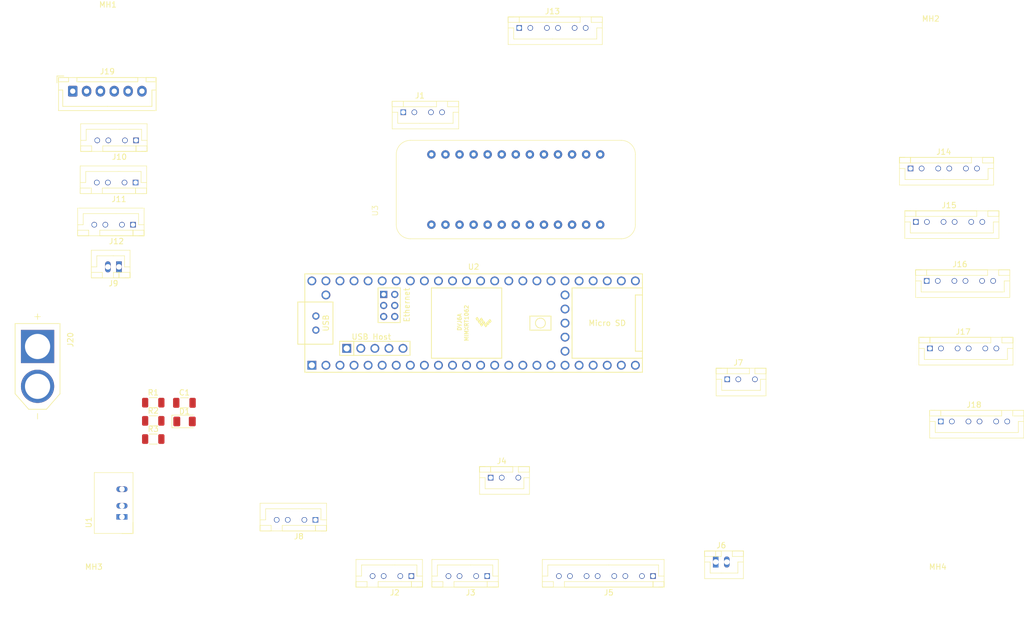
<source format=kicad_pcb>
(kicad_pcb (version 20221018) (generator pcbnew)
  (layers (0 "F.Cu" signal) (31 "B.Cu" signal) (34 "B.Paste" user) (35 "F.Paste" user) (36 "B.SilkS" user "B.Silkscreen") (37 "F.SilkS" user "F.Silkscreen") (38 "B.Mask" user) (39 "F.Mask" user) (44 "Edge.Cuts" user))
  (net 0 "")
  (net 1 "+24V")
  (net 2 "GND")
  (net 3 "+5V")
  (net 11 "/F1R2_SAFETY_SERVO")
  (net 12 "/F1R1_SAFETY_SERVO")
  (net 15 "/SCL")
  (net 16 "/SDA")
  (net 19 "/F1R2_TRIGGER_SERVO")
  (net 20 "/F1R1_TRIGGER_SERVO")
  (net 22 "/SPI_CS")
  (net 23 "/SPI_MISO")
  (net 24 "/F2R2_SAFETY_SERVO")
  (net 25 "/F2R1_SAFETY_SERVO")
  (net 26 "/F2R2_TRIGGER_SERVO")
  (net 27 "/F2R1_TRIGGER_SERVO")
  (net 28 "/F3R2_SAFETY_SERVO")
  (net 29 "/F3R1_SAFETY_SERVO")
  (net 30 "/F3R2_TRIGGER_SERVO")
  (net 31 "/F3R1_TRIGGER_SERVO")
  (net 32 "/GPS_RX")
  (net 33 "/GPS_TX")
  (net 41 "/F1R1_TOP_SW")
  (net 42 "/F1R1_SAFETY_SW")
  (net 43 "/LEDS_DRONE")
  (net 44 "/ARM_SW")
  (net 45 "/MENU4_SW")
  (net 46 "/MENU3_SW")
  (net 47 "/MENU2_SW")
  (net 49 "/BAT_MEAS")
  (net 50 "/MENU1_SW")
  (net 51 "/SPI_SCK")
  (net 52 "/SPI_MOSI")
  (net 53 "/LEDS_BAT_IND")
  (net 68 "/F3R2_BOTM_SW")
  (net 69 "/F3R2_SAFETY_SW")
  (net 70 "/F3R2_TOP_SW")
  (net 71 "/F3R1_BOTM_SW")
  (net 72 "/F3R1_SAFETY_SW")
  (net 73 "/F3R1_TOP_SW")
  (net 74 "/F2R2_BOTM_SW")
  (net 75 "/F2R2_SAFETY_SW")
  (net 81 "/F1R1_BOTM_SW")
  (net 82 "/F1R2_TOP_SW")
  (net 83 "/F1R2_SAFETY_SW")
  (net 84 "/F1R2_BOTM_SW")
  (net 85 "/F2_R1_TOP_SW")
  (net 86 "/F2R1_SAFETY_SW")
  (net 87 "/F2R1_BOTM_SW")
  (net 88 "/F2R2_TOP_SW")
  (net 89 "Net-(D1-K)")
  (footprint "Connector_JST:JST_XH_B4B-XH-A_1x04_P2.50mm_Vertical" (layer "F.Cu") (at 162.56 50.8)
    (fp_text reference "J1" (at 3 -3) (layer "F.SilkS"))
    (fp_text value "Servos F1")
    (pad "1" thru_hole roundrect (at 0 0) (size 1 1) (drill 0.762) (layers "*.Cu" "*.Mask") (roundrect_rratio 0) (net 11 "/F1R2_SAFETY_SERVO"))
    (pad "2" thru_hole oval (at 2 0) (size 1 1) (drill 0.762) (layers "*.Cu" "*.Mask") (net 12 "/F1R1_SAFETY_SERVO"))
    (pad "3" thru_hole oval (at 5 0) (size 1 1) (drill 0.762) (layers "*.Cu" "*.Mask") (net 19 "/F1R2_TRIGGER_SERVO"))
    (pad "4" thru_hole oval (at 7 0) (size 1 1) (drill 0.762) (layers "*.Cu" "*.Mask") (net 20 "/F1R1_TRIGGER_SERVO"))
  )
  (footprint "Connector_JST:JST_XH_B6B-XH-A_1x06_P2.50mm_Vertical" (layer "F.Cu") (at 255.12 70.62)
    (fp_text reference "J15" (at 6 -3) (layer "F.SilkS"))
    (fp_text value "BTNS F2R1")
    (pad "1" thru_hole roundrect (at 0 0) (size 1 1) (drill 0.762) (layers "*.Cu" "*.Mask") (roundrect_rratio 0) (net 85 "/F2_R1_TOP_SW"))
    (pad "2" thru_hole oval (at 2 0) (size 1 1) (drill 0.762) (layers "*.Cu" "*.Mask") (net 2 "GND"))
    (pad "3" thru_hole oval (at 5 0) (size 1 1) (drill 0.762) (layers "*.Cu" "*.Mask") (net 86 "/F2R1_SAFETY_SW"))
    (pad "4" thru_hole oval (at 7 0) (size 1 1) (drill 0.762) (layers "*.Cu" "*.Mask") (net 2 "GND"))
    (pad "5" thru_hole oval (at 10 0) (size 1 1) (drill 0.762) (layers "*.Cu" "*.Mask") (net 87 "/F2R1_BOTM_SW"))
    (pad "6" thru_hole oval (at 12 0) (size 1 1) (drill 0.762) (layers "*.Cu" "*.Mask") (net 2 "GND"))
  )
  (footprint "MountingHole:MountingHole_3.2mm_M3" (layer "F.Cu") (at 257.81 38.1)
    (fp_text reference "MH2" (at 0 -4.2) (layer "F.SilkS"))
    (fp_text value "~")
    (pad "" np_thru_hole circle (at 0 0) (size 3.2 3.2) (drill 3.2) (layers "*.Cu" "*.Mask"))
  )
  (footprint "Connector_JST:JST_XH_B2B-XH-A_1x02_P2.50mm_Vertical" (layer "F.Cu") (at 218.98 132.08)
    (fp_text reference "J6" (at 1 -3) (layer "F.SilkS"))
    (fp_text value "Arming Swtich")
    (pad "1" thru_hole roundrect (at 0 0) (size 1 2) (drill 1) (layers "*.Cu" "*.Mask") (roundrect_rratio 0) (net 2 "GND"))
    (pad "2" thru_hole oval (at 2 0) (size 1 2) (drill 1) (layers "*.Cu" "*.Mask") (net 44 "/ARM_SW"))
  )
  (footprint "Connector_JST:JST_XH_B3B-XH-A_1x03_P2.50mm_Vertical" (layer "F.Cu") (at 221.06 99.06)
    (fp_text reference "J7" (at 2 -3) (layer "F.SilkS"))
    (fp_text value "LED Strip Drone")
    (pad "1" thru_hole roundrect (at 0 0) (size 1 1) (drill 0.762) (layers "*.Cu" "*.Mask") (roundrect_rratio 0) (net 2 "GND"))
    (pad "2" thru_hole oval (at 2 0) (size 1 1) (drill 0.762) (layers "*.Cu" "*.Mask") (net 43 "/LEDS_DRONE"))
    (pad "3" thru_hole oval (at 5 0) (size 1 1) (drill 0.762) (layers "*.Cu" "*.Mask") (net 3 "+5V"))
  )
  (footprint "MountingHole:MountingHole_3.2mm_M3" (layer "F.Cu") (at 109.22 35.56)
    (fp_text reference "MH1" (at 0 -4.2) (layer "F.SilkS"))
    (fp_text value "~")
    (pad "" np_thru_hole circle (at 0 0) (size 3.2 3.2) (drill 3.2) (layers "*.Cu" "*.Mask"))
  )
  (footprint "Adafruit_MCP23017_Breakout:Adafruit_MCP23017_Breakout" (layer "F.Cu") (at 182.88 64.77 90)
    (fp_text reference "U3" (at -3.81 -25.4 90 unlocked) (layer "F.SilkS") (effects (font (thickness 0.1))))
    (fp_text value "~")
    (pad "1" thru_hole circle (at -6.35 -15.24 90) (size 1.524 1.524) (drill 0.762) (layers "*.Cu" "*.Mask") (net 3 "+5V"))
    (pad "2" thru_hole circle (at -6.35 -12.7 90) (size 1.524 1.524) (drill 0.762) (layers "*.Cu" "*.Mask") (net 2 "GND"))
    (pad "3" thru_hole circle (at -6.35 -10.16 90) (size 1.524 1.524) (drill 0.762) (layers "*.Cu" "*.Mask") (net 15 "/SCL"))
    (pad "4" thru_hole circle (at -6.35 -7.62 90) (size 1.524 1.524) (drill 0.762) (layers "*.Cu" "*.Mask") (net 16 "/SDA"))
    (pad "5" thru_hole circle (at -6.35 -5.08 90) (size 1.524 1.524) (drill 0.762) (layers "*.Cu" "*.Mask"))
    (pad "6" thru_hole circle (at -6.35 -2.54 90) (size 1.524 1.524) (drill 0.762) (layers "*.Cu" "*.Mask") (net 70 "/F3R2_TOP_SW"))
    (pad "7" thru_hole circle (at -6.35 0 90) (size 1.524 1.524) (drill 0.762) (layers "*.Cu" "*.Mask") (net 71 "/F3R1_BOTM_SW"))
    (pad "8" thru_hole circle (at -6.35 2.54 90) (size 1.524 1.524) (drill 0.762) (layers "*.Cu" "*.Mask") (net 72 "/F3R1_SAFETY_SW"))
    (pad "9" thru_hole circle (at -6.35 5.08 90) (size 1.524 1.524) (drill 0.762) (layers "*.Cu" "*.Mask") (net 73 "/F3R1_TOP_SW"))
    (pad "10" thru_hole circle (at -6.35 7.62 90) (size 1.524 1.524) (drill 0.762) (layers "*.Cu" "*.Mask") (net 74 "/F2R2_BOTM_SW"))
    (pad "11" thru_hole circle (at -6.35 10.16 90) (size 1.524 1.524) (drill 0.762) (layers "*.Cu" "*.Mask") (net 75 "/F2R2_SAFETY_SW"))
    (pad "12" thru_hole circle (at -6.35 12.7 90) (size 1.524 1.524) (drill 0.762) (layers "*.Cu" "*.Mask") (net 88 "/F2R2_TOP_SW"))
    (pad "13" thru_hole circle (at -6.35 15.24 90) (size 1.524 1.524) (drill 0.762) (layers "*.Cu" "*.Mask") (net 87 "/F2R1_BOTM_SW"))
    (pad "14" thru_hole circle (at 6.35 -15.24 90) (size 1.524 1.524) (drill 0.762) (layers "*.Cu" "*.Mask"))
    (pad "15" thru_hole circle (at 6.35 -12.7 90) (size 1.524 1.524) (drill 0.762) (layers "*.Cu" "*.Mask"))
    (pad "16" thru_hole circle (at 6.35 -10.16 90) (size 1.524 1.524) (drill 0.762) (layers "*.Cu" "*.Mask"))
    (pad "17" thru_hole circle (at 6.35 -7.62 90) (size 1.524 1.524) (drill 0.762) (layers "*.Cu" "*.Mask"))
    (pad "18" thru_hole circle (at 6.35 -5.08 90) (size 1.524 1.524) (drill 0.762) (layers "*.Cu" "*.Mask"))
    (pad "19" thru_hole circle (at 6.35 -2.54 90) (size 1.524 1.524) (drill 0.762) (layers "*.Cu" "*.Mask") (net 41 "/F1R1_TOP_SW"))
    (pad "20" thru_hole circle (at 6.35 0 90) (size 1.524 1.524) (drill 0.762) (layers "*.Cu" "*.Mask") (net 42 "/F1R1_SAFETY_SW"))
    (pad "21" thru_hole circle (at 6.35 2.54 90) (size 1.524 1.524) (drill 0.762) (layers "*.Cu" "*.Mask") (net 81 "/F1R1_BOTM_SW"))
    (pad "22" thru_hole circle (at 6.35 5.08 90) (size 1.524 1.524) (drill 0.762) (layers "*.Cu" "*.Mask") (net 82 "/F1R2_TOP_SW"))
    (pad "23" thru_hole circle (at 6.35 7.62 90) (size 1.524 1.524) (drill 0.762) (layers "*.Cu" "*.Mask") (net 83 "/F1R2_SAFETY_SW"))
    (pad "24" thru_hole circle (at 6.35 10.16 90) (size 1.524 1.524) (drill 0.762) (layers "*.Cu" "*.Mask") (net 84 "/F1R2_BOTM_SW"))
    (pad "25" thru_hole circle (at 6.35 12.7 90) (size 1.524 1.524) (drill 0.762) (layers "*.Cu" "*.Mask") (net 85 "/F2_R1_TOP_SW"))
    (pad "26" thru_hole circle (at 6.35 15.24 90) (size 1.524 1.524) (drill 0.762) (layers "*.Cu" "*.Mask") (net 86 "/F2R1_SAFETY_SW"))
  )
  (footprint "Connector_JST:JST_XH_B4B-XH-A_1x04_P2.50mm_Vertical" (layer "F.Cu") (at 177.72 134.62 180)
    (fp_text reference "J3" (at 3 -3) (layer "F.SilkS"))
    (fp_text value "Servos F3")
    (pad "1" thru_hole roundrect (at 0 0 180) (size 1 1) (drill 0.762) (layers "*.Cu" "*.Mask") (roundrect_rratio 0) (net 28 "/F3R2_SAFETY_SERVO"))
    (pad "2" thru_hole oval (at 2 0 180) (size 1 1) (drill 0.762) (layers "*.Cu" "*.Mask") (net 29 "/F3R1_SAFETY_SERVO"))
    (pad "3" thru_hole oval (at 5 0 180) (size 1 1) (drill 0.762) (layers "*.Cu" "*.Mask") (net 30 "/F3R2_TRIGGER_SERVO"))
    (pad "4" thru_hole oval (at 7 0 180) (size 1 1) (drill 0.762) (layers "*.Cu" "*.Mask") (net 31 "/F3R1_TRIGGER_SERVO"))
  )
  (footprint "Capacitor_SMD:C_1206_3216Metric" (layer "F.Cu") (at 123.04 103.31)
    (fp_text reference "C1" (at 0 -1.85) (layer "F.SilkS"))
    (fp_text value "2u2")
    (pad "1" smd roundrect (at -1.475 0) (size 1.15 1.8) (layers "F.Cu" "F.Paste" "F.Mask") (roundrect_rratio 0.217391) (net 49 "/BAT_MEAS"))
    (pad "2" smd roundrect (at 1.475 0) (size 1.15 1.8) (layers "F.Cu" "F.Paste" "F.Mask") (roundrect_rratio 0.217391) (net 2 "GND"))
  )
  (footprint "Connector_JST:JST_XH_B8B-XH-A_1x08_P2.50mm_Vertical" (layer "F.Cu") (at 207.66 134.62 180)
    (fp_text reference "J5" (at 8 -3) (layer "F.SilkS"))
    (fp_text value "Menu Btns")
    (pad "1" thru_hole roundrect (at 0 0 180) (size 1 1) (drill 0.762) (layers "*.Cu" "*.Mask") (roundrect_rratio 0) (net 2 "GND"))
    (pad "2" thru_hole oval (at 2 0 180) (size 1 1) (drill 0.762) (layers "*.Cu" "*.Mask") (net 45 "/MENU4_SW"))
    (pad "3" thru_hole oval (at 5 0 180) (size 1 1) (drill 0.762) (layers "*.Cu" "*.Mask") (net 2 "GND"))
    (pad "4" thru_hole oval (at 7 0 180) (size 1 1) (drill 0.762) (layers "*.Cu" "*.Mask") (net 46 "/MENU3_SW"))
    (pad "5" thru_hole oval (at 10 0 180) (size 1 1) (drill 0.762) (layers "*.Cu" "*.Mask") (net 2 "GND"))
    (pad "6" thru_hole oval (at 12 0 180) (size 1 1) (drill 0.762) (layers "*.Cu" "*.Mask") (net 47 "/MENU2_SW"))
    (pad "7" thru_hole oval (at 15 0 180) (size 1 1) (drill 0.762) (layers "*.Cu" "*.Mask") (net 2 "GND"))
    (pad "8" thru_hole oval (at 17 0 180) (size 1 1) (drill 0.762) (layers "*.Cu" "*.Mask") (net 50 "/MENU1_SW"))
  )
  (footprint "Connector_JST:JST_XH_B4B-XH-A_1x04_P2.50mm_Vertical" (layer "F.Cu") (at 164.02 134.62 180)
    (fp_text reference "J2" (at 3 -3) (layer "F.SilkS"))
    (fp_text value "Servos F2")
    (pad "1" thru_hole roundrect (at 0 0 180) (size 1 1) (drill 0.762) (layers "*.Cu" "*.Mask") (roundrect_rratio 0) (net 24 "/F2R2_SAFETY_SERVO"))
    (pad "2" thru_hole oval (at 2 0 180) (size 1 1) (drill 0.762) (layers "*.Cu" "*.Mask") (net 25 "/F2R1_SAFETY_SERVO"))
    (pad "3" thru_hole oval (at 5 0 180) (size 1 1) (drill 0.762) (layers "*.Cu" "*.Mask") (net 26 "/F2R2_TRIGGER_SERVO"))
    (pad "4" thru_hole oval (at 7 0 180) (size 1 1) (drill 0.762) (layers "*.Cu" "*.Mask") (net 27 "/F2R1_TRIGGER_SERVO"))
  )
  (footprint "Connector_JST:JST_XH_B6B-XH-A_1x06_P2.50mm_Vertical" (layer "F.Cu") (at 183.5 35.56)
    (fp_text reference "J13" (at 6 -3) (layer "F.SilkS"))
    (fp_text value "BTNS F1R1")
    (pad "1" thru_hole roundrect (at 0 0) (size 1 1) (drill 0.762) (layers "*.Cu" "*.Mask") (roundrect_rratio 0) (net 41 "/F1R1_TOP_SW"))
    (pad "2" thru_hole oval (at 2 0) (size 1 1) (drill 0.762) (layers "*.Cu" "*.Mask") (net 2 "GND"))
    (pad "3" thru_hole oval (at 5 0) (size 1 1) (drill 0.762) (layers "*.Cu" "*.Mask") (net 42 "/F1R1_SAFETY_SW"))
    (pad "4" thru_hole oval (at 7 0) (size 1 1) (drill 0.762) (layers "*.Cu" "*.Mask") (net 2 "GND"))
    (pad "5" thru_hole oval (at 10 0) (size 1 1) (drill 0.762) (layers "*.Cu" "*.Mask") (net 81 "/F1R1_BOTM_SW"))
    (pad "6" thru_hole oval (at 12 0) (size 1 1) (drill 0.762) (layers "*.Cu" "*.Mask") (net 2 "GND"))
  )
  (footprint "Connector_JST:JST_XH_B2B-XH-A_1x02_P2.50mm_Vertical" (layer "F.Cu") (at 111.22 78.74 180)
    (fp_text reference "J9" (at 1 -3) (layer "F.SilkS"))
    (fp_text value "I2C Odroid")
    (pad "1" thru_hole roundrect (at 0 0 180) (size 1 2) (drill 1) (layers "*.Cu" "*.Mask") (roundrect_rratio 0) (net 16 "/SDA"))
    (pad "2" thru_hole oval (at 2 0 180) (size 1 2) (drill 1) (layers "*.Cu" "*.Mask") (net 15 "/SCL"))
  )
  (footprint "Connector_JST:JST_XH_B6B-XH-A_1x06_P2.50mm_Vertical" (layer "F.Cu") (at 254.16 60.96)
    (fp_text reference "J14" (at 6 -3) (layer "F.SilkS"))
    (fp_text value "BTNS F1R2")
    (pad "1" thru_hole roundrect (at 0 0) (size 1 1) (drill 0.762) (layers "*.Cu" "*.Mask") (roundrect_rratio 0) (net 82 "/F1R2_TOP_SW"))
    (pad "2" thru_hole oval (at 2 0) (size 1 1) (drill 0.762) (layers "*.Cu" "*.Mask") (net 2 "GND"))
    (pad "3" thru_hole oval (at 5 0) (size 1 1) (drill 0.762) (layers "*.Cu" "*.Mask") (net 83 "/F1R2_SAFETY_SW"))
    (pad "4" thru_hole oval (at 7 0) (size 1 1) (drill 0.762) (layers "*.Cu" "*.Mask") (net 2 "GND"))
    (pad "5" thru_hole oval (at 10 0) (size 1 1) (drill 0.762) (layers "*.Cu" "*.Mask") (net 84 "/F1R2_BOTM_SW"))
    (pad "6" thru_hole oval (at 12 0) (size 1 1) (drill 0.762) (layers "*.Cu" "*.Mask") (net 2 "GND"))
  )
  (footprint "Connector_JST:JST_XH_B6B-XH-A_1x06_P2.50mm_Vertical" (layer "F.Cu") (at 259.62 106.68)
    (fp_text reference "J18" (at 6 -3) (layer "F.SilkS"))
    (fp_text value "BTNS F3R2")
    (pad "1" thru_hole roundrect (at 0 0) (size 1 1) (drill 0.762) (layers "*.Cu" "*.Mask") (roundrect_rratio 0) (net 70 "/F3R2_TOP_SW"))
    (pad "2" thru_hole oval (at 2 0) (size 1 1) (drill 0.762) (layers "*.Cu" "*.Mask") (net 2 "GND"))
    (pad "3" thru_hole oval (at 5 0) (size 1 1) (drill 0.762) (layers "*.Cu" "*.Mask") (net 69 "/F3R2_SAFETY_SW"))
    (pad "4" thru_hole oval (at 7 0) (size 1 1) (drill 0.762) (layers "*.Cu" "*.Mask") (net 2 "GND"))
    (pad "5" thru_hole oval (at 10 0) (size 1 1) (drill 0.762) (layers "*.Cu" "*.Mask") (net 68 "/F3R2_BOTM_SW"))
    (pad "6" thru_hole oval (at 12 0) (size 1 1) (drill 0.762) (layers "*.Cu" "*.Mask") (net 2 "GND"))
  )
  (footprint "Connector_JST:JST_XH_B3B-XH-A_1x03_P2.50mm_Vertical" (layer "F.Cu") (at 178.34 116.84)
    (fp_text reference "J4" (at 2 -3) (layer "F.SilkS"))
    (fp_text value "LED strip battery")
    (pad "1" thru_hole roundrect (at 0 0) (size 1 1) (drill 0.762) (layers "*.Cu" "*.Mask") (roundrect_rratio 0) (net 2 "GND"))
    (pad "2" thru_hole oval (at 2 0) (size 1 1) (drill 0.762) (layers "*.Cu" "*.Mask") (net 53 "/LEDS_BAT_IND"))
    (pad "3" thru_hole oval (at 5 0) (size 1 1) (drill 0.762) (layers "*.Cu" "*.Mask") (net 3 "+5V"))
  )
  (footprint "Connector_XT60:AMASS_XT60-M" (layer "F.Cu") (at 96.52 96.73 -90)
    (fp_text reference "J20" (at -4.825 -5.935 90) (layer "F.SilkS"))
    (fp_text value "XT60-M")
    (pad "N" thru_hole circle (at 3.6 0 270) (size 6 6) (drill 4.55) (layers "*.Cu" "*.Mask") (net 2 "GND"))
    (pad "P" thru_hole rect (at -3.6 0 270) (size 6 6) (drill 4.55) (layers "*.Cu" "*.Mask") (net 1 "+24V"))
  )
  (footprint "Connector_JST:JST_XH_B6B-XH-A_1x06_P2.50mm_Vertical" (layer "F.Cu") (at 102.87 46.99)
    (fp_text reference "J19" (at 6.25 -3.55) (layer "F.SilkS"))
    (fp_text value "GPS")
    (pad "1" thru_hole roundrect (at 0 0) (size 1.7 1.95) (drill 0.95) (layers "*.Cu" "*.Mask") (roundrect_rratio 0.147059) (net 3 "+5V"))
    (pad "2" thru_hole oval (at 2.5 0) (size 1.7 1.95) (drill 0.95) (layers "*.Cu" "*.Mask") (net 16 "/SDA"))
    (pad "3" thru_hole oval (at 5 0) (size 1.7 1.95) (drill 0.95) (layers "*.Cu" "*.Mask") (net 15 "/SCL"))
    (pad "4" thru_hole oval (at 7.5 0) (size 1.7 1.95) (drill 0.95) (layers "*.Cu" "*.Mask") (net 32 "/GPS_RX"))
    (pad "5" thru_hole oval (at 10 0) (size 1.7 1.95) (drill 0.95) (layers "*.Cu" "*.Mask") (net 33 "/GPS_TX"))
    (pad "6" thru_hole oval (at 12.5 0) (size 1.7 1.95) (drill 0.95) (layers "*.Cu" "*.Mask") (net 2 "GND"))
  )
  (footprint "Connector_JST:JST_XH_B4B-XH-A_1x04_P2.50mm_Vertical" (layer "F.Cu") (at 146.7 124.46 180)
    (fp_text reference "J8" (at 3 -3) (layer "F.SilkS"))
    (fp_text value "SPI")
    (pad "1" thru_hole roundrect (at 0 0 180) (size 1 1) (drill 0.762) (layers "*.Cu" "*.Mask") (roundrect_rratio 0) (net 51 "/SPI_SCK"))
    (pad "2" thru_hole oval (at 2 0 180) (size 1 1) (drill 0.762) (layers "*.Cu" "*.Mask") (net 52 "/SPI_MOSI"))
    (pad "3" thru_hole oval (at 5 0 180) (size 1 1) (drill 0.762) (layers "*.Cu" "*.Mask") (net 23 "/SPI_MISO"))
    (pad "4" thru_hole oval (at 7 0 180) (size 1 1) (drill 0.762) (layers "*.Cu" "*.Mask") (net 22 "/SPI_CS"))
  )
  (footprint "Converter_DCDC:Converter_DCDC_TRACO_TSR-1_THT" (layer "F.Cu") (at 111.76 123.92 90)
    (fp_text reference "U1" (at -1 -6 90) (layer "F.SilkS"))
    (fp_text value "TSR_1-2450")
    (pad "1" thru_hole rect (at 0 0 90) (size 1 2) (drill 1) (layers "*.Cu" "*.Mask") (net 1 "+24V"))
    (pad "2" thru_hole oval (at 2 0 90) (size 1 2) (drill 1) (layers "*.Cu" "*.Mask") (net 2 "GND"))
    (pad "3" thru_hole oval (at 5 0 90) (size 1 2) (drill 1) (layers "*.Cu" "*.Mask") (net 3 "+5V"))
  )
  (footprint "MountingHole:MountingHole_3.2mm_M3" (layer "F.Cu") (at 106.68 137.16)
    (fp_text reference "MH3" (at 0 -4.2) (layer "F.SilkS"))
    (fp_text value "~")
    (pad "" np_thru_hole circle (at 0 0) (size 3.2 3.2) (drill 3.2) (layers "*.Cu" "*.Mask"))
  )
  (footprint "Resistor_SMD:R_1206_3216Metric" (layer "F.Cu") (at 117.41 109.86)
    (fp_text reference "R3" (at 0 -1.82) (layer "F.SilkS"))
    (fp_text value "1k")
    (pad "1" smd roundrect (at -1.4625 0) (size 1.125 1.75) (layers "F.Cu" "F.Paste" "F.Mask") (roundrect_rratio 0.222222) (net 89 "Net-(D1-K)"))
    (pad "2" smd roundrect (at 1.4625 0) (size 1.125 1.75) (layers "F.Cu" "F.Paste" "F.Mask") (roundrect_rratio 0.222222) (net 2 "GND"))
  )
  (footprint "teensy:Teensy41" (layer "F.Cu") (at 175.26 88.9)
    (fp_text reference "U2" (at 0 -10.16) (layer "F.SilkS"))
    (fp_text value "Teensy4.1")
    (fp_text user "Micro SD" (at 24.13 0) (layer "F.SilkS"))
    (fp_text user "USB Host" (at -18.4658 2.4892) (layer "F.SilkS"))
    (fp_text user "USB" (at -26.67 0 270) (layer "F.SilkS"))
    (fp_text user "DVJ6A" (at -2.54 -0.18 -90) (layer "F.SilkS") (effects (font (size 0.7 0.7))))
    (fp_text user "MIMXRT1062" (at -1.27 0 -90) (layer "F.SilkS") (effects (font (size 0.7 0.7))))
    (fp_text user "Ethernet" (at -12.065 -3.2766 90) (layer "F.SilkS"))
    (pad "1" thru_hole rect (at -29.21 7.62) (size 1.6 1.6) (drill 1.1) (layers "*.Cu" "*.Mask") (net 2 "GND"))
    (pad "2" thru_hole circle (at -26.67 7.62) (size 1.6 1.6) (drill 1.1) (layers "*.Cu" "*.Mask") (net 22 "/SPI_CS"))
    (pad "3" thru_hole circle (at -24.13 7.62) (size 1.6 1.6) (drill 1.1) (layers "*.Cu" "*.Mask") (net 23 "/SPI_MISO"))
    (pad "4" thru_hole circle (at -21.59 7.62) (size 1.6 1.6) (drill 1.1) (layers "*.Cu" "*.Mask") (net 20 "/F1R1_TRIGGER_SERVO"))
    (pad "5" thru_hole circle (at -19.05 7.62) (size 1.6 1.6) (drill 1.1) (layers "*.Cu" "*.Mask") (net 19 "/F1R2_TRIGGER_SERVO"))
    (pad "6" thru_hole circle (at -16.51 7.62) (size 1.6 1.6) (drill 1.1) (layers "*.Cu" "*.Mask") (net 12 "/F1R1_SAFETY_SERVO"))
    (pad "7" thru_hole circle (at -13.97 7.62) (size 1.6 1.6) (drill 1.1) (layers "*.Cu" "*.Mask") (net 11 "/F1R2_SAFETY_SERVO"))
    (pad "8" thru_hole circle (at -11.43 7.62) (size 1.6 1.6) (drill 1.1) (layers "*.Cu" "*.Mask") (net 27 "/F2R1_TRIGGER_SERVO"))
    (pad "9" thru_hole circle (at -8.89 7.62) (size 1.6 1.6) (drill 1.1) (layers "*.Cu" "*.Mask") (net 26 "/F2R2_TRIGGER_SERVO"))
    (pad "10" thru_hole circle (at -6.35 7.62) (size 1.6 1.6) (drill 1.1) (layers "*.Cu" "*.Mask") (net 25 "/F2R1_SAFETY_SERVO"))
    (pad "11" thru_hole circle (at -3.81 7.62) (size 1.6 1.6) (drill 1.1) (layers "*.Cu" "*.Mask") (net 24 "/F2R2_SAFETY_SERVO"))
    (pad "12" thru_hole circle (at -1.27 7.62) (size 1.6 1.6) (drill 1.1) (layers "*.Cu" "*.Mask") (net 31 "/F3R1_TRIGGER_SERVO"))
    (pad "13" thru_hole circle (at 1.27 7.62) (size 1.6 1.6) (drill 1.1) (layers "*.Cu" "*.Mask") (net 30 "/F3R2_TRIGGER_SERVO"))
    (pad "14" thru_hole circle (at 3.81 7.62) (size 1.6 1.6) (drill 1.1) (layers "*.Cu" "*.Mask") (net 29 "/F3R1_SAFETY_SERVO"))
    (pad "15" thru_hole circle (at 6.35 7.62) (size 1.6 1.6) (drill 1.1) (layers "*.Cu" "*.Mask"))
    (pad "16" thru_hole circle (at 8.89 7.62) (size 1.6 1.6) (drill 1.1) (layers "*.Cu" "*.Mask") (net 28 "/F3R2_SAFETY_SERVO"))
    (pad "17" thru_hole circle (at 11.43 7.62) (size 1.6 1.6) (drill 1.1) (layers "*.Cu" "*.Mask") (net 53 "/LEDS_BAT_IND"))
    (pad "18" thru_hole circle (at 13.97 7.62) (size 1.6 1.6) (drill 1.1) (layers "*.Cu" "*.Mask") (net 52 "/SPI_MOSI"))
    (pad "19" thru_hole circle (at 16.51 7.62) (size 1.6 1.6) (drill 1.1) (layers "*.Cu" "*.Mask") (net 51 "/SPI_SCK"))
    (pad "20" thru_hole circle (at 19.05 7.62) (size 1.6 1.6) (drill 1.1) (layers "*.Cu" "*.Mask") (net 50 "/MENU1_SW"))
    (pad "21" thru_hole circle (at 21.59 7.62) (size 1.6 1.6) (drill 1.1) (layers "*.Cu" "*.Mask") (net 47 "/MENU2_SW"))
    (pad "22" thru_hole circle (at 24.13 7.62) (size 1.6 1.6) (drill 1.1) (layers "*.Cu" "*.Mask") (net 46 "/MENU3_SW"))
    (pad "23" thru_hole circle (at 26.67 7.62) (size 1.6 1.6) (drill 1.1) (layers "*.Cu" "*.Mask") (net 45 "/MENU4_SW"))
    (pad "24" thru_hole circle (at 29.21 7.62) (size 1.6 1.6) (drill 1.1) (layers "*.Cu" "*.Mask") (net 44 "/ARM_SW"))
    (pad "25" thru_hole circle (at 29.21 -7.62) (size 1.6 1.6) (drill 1.1) (layers "*.Cu" "*.Mask") (net 43 "/LEDS_DRONE"))
    (pad "26" thru_hole circle (at 26.67 -7.62) (size 1.6 1.6) (drill 1.1) (layers "*.Cu" "*.Mask") (net 68 "/F3R2_BOTM_SW"))
    (pad "27" thru_hole circle (at 24.13 -7.62) (size 1.6 1.6) (drill 1.1) (layers "*.Cu" "*.Mask") (net 69 "/F3R2_SAFETY_SW"))
    (pad "28" thru_hole circle (at 21.59 -7.62) (size 1.6 1.6) (drill 1.1) (layers "*.Cu" "*.Mask"))
    (pad "29" thru_hole circle (at 19.05 -7.62) (size 1.6 1.6) (drill 1.1) (layers "*.Cu" "*.Mask"))
    (pad "30" thru_hole circle (at 16.51 -7.62) (size 1.6 1.6) (drill 1.1) (layers "*.Cu" "*.Mask"))
    (pad "31" thru_hole circle (at 13.97 -7.62) (size 1.6 1.6) (drill 1.1) (layers "*.Cu" "*.Mask"))
    (pad "32" thru_hole circle (at 11.43 -7.62) (size 1.6 1.6) (drill 1.1) (layers "*.Cu" "*.Mask"))
    (pad "33" thru_hole circle (at 8.89 -7.62) (size 1.6 1.6) (drill 1.1) (layers "*.Cu" "*.Mask"))
    (pad "34" thru_hole circle (at 6.35 -7.62) (size 1.6 1.6) (drill 1.1) (layers "*.Cu" "*.Mask") (net 2 "GND"))
    (pad "35" thru_hole circle (at 3.81 -7.62) (size 1.6 1.6) (drill 1.1) (layers "*.Cu" "*.Mask"))
    (pad "36" thru_hole circle (at 1.27 -7.62) (size 1.6 1.6) (drill 1.1) (layers "*.Cu" "*.Mask"))
    (pad "37" thru_hole circle (at -1.27 -7.62) (size 1.6 1.6) (drill 1.1) (layers "*.Cu" "*.Mask"))
    (pad "38" thru_hole circle (at -3.81 -7.62) (size 1.6 1.6) (drill 1.1) (layers "*.Cu" "*.Mask") (net 32 "/GPS_RX"))
    (pad "39" thru_hole circle (at -6.35 -7.62) (size 1.6 1.6) (drill 1.1) (layers "*.Cu" "*.Mask") (net 33 "/GPS_TX"))
    (pad "40" thru_hole circle (at -8.89 -7.62) (size 1.6 1.6) (drill 1.1) (layers "*.Cu" "*.Mask") (net 16 "/SDA"))
    (pad "41" thru_hole circle (at -11.43 -7.62) (size 1.6 1.6) (drill 1.1) (layers "*.Cu" "*.Mask") (net 15 "/SCL"))
    (pad "42" thru_hole circle (at -13.97 -7.62) (size 1.6 1.6) (drill 1.1) (layers "*.Cu" "*.Mask"))
    (pad "43" thru_hole circle (at -16.51 -7.62) (size 1.6 1.6) (drill 1.1) (layers "*.Cu" "*.Mask"))
    (pad "44" thru_hole circle (at -19.05 -7.62) (size 1.6 1.6) (drill 1.1) (layers "*.Cu" "*.Mask"))
    (pad "45" thru_hole circle (at -21.59 -7.62) (size 1.6 1.6) (drill 1.1) (layers "*.Cu" "*.Mask") (net 49 "/BAT_MEAS"))
    (pad "46" thru_hole circle (at -24.13 -7.62) (size 1.6 1.6) (drill 1.1) (layers "*.Cu" "*.Mask"))
    (pad "47" thru_hole circle (at -26.67 -7.62) (size 1.6 1.6) (drill 1.1) (layers "*.Cu" "*.Mask") (net 2 "GND"))
    (pad "48" thru_hole circle (at -29.21 -7.62) (size 1.6 1.6) (drill 1.1) (layers "*.Cu" "*.Mask") (net 3 "+5V"))
    (pad "49" thru_hole circle (at -26.67 -5.08) (size 1.6 1.6) (drill 1.1) (layers "*.Cu" "*.Mask"))
    (pad "50" thru_hole circle (at 16.51 5.08) (size 1.6 1.6) (drill 1.1) (layers "*.Cu" "*.Mask"))
    (pad "51" thru_hole circle (at 16.51 2.54) (size 1.6 1.6) (drill 1.1) (layers "*.Cu" "*.Mask"))
    (pad "52" thru_hole circle (at 16.51 0) (size 1.6 1.6) (drill 1.1) (layers "*.Cu" "*.Mask"))
    (pad "53" thru_hole circle (at 16.51 -2.54) (size 1.6 1.6) (drill 1.1) (layers "*.Cu" "*.Mask"))
    (pad "54" thru_hole circle (at 16.51 -5.08) (size 1.6 1.6) (drill 1.1) (layers "*.Cu" "*.Mask"))
    (pad "55" thru_hole rect (at -22.9108 4.5692) (size 1.6 1.6) (drill 1.1) (layers "*.Cu" "*.Mask"))
    (pad "56" thru_hole circle (at -20.3708 4.5692) (size 1.6 1.6) (drill 1.1) (layers "*.Cu" "*.Mask"))
    (pad "57" thru_hole circle (at -17.8308 4.5692) (size 1.6 1.6) (drill 1.1) (layers "*.Cu" "*.Mask"))
    (pad "58" thru_hole circle (at -15.2908 4.5692) (size 1.6 1.6) (drill 1.1) (layers "*.Cu" "*.Mask"))
    (pad "59" thru_hole circle (at -12.7508 4.5692) (size 1.6 1.6) (drill 1.1) (layers "*.Cu" "*.Mask"))
    (pad "60" thru_hole rect (at -16.24 -5.1816) (size 1.3 1.3) (drill 0.8) (layers "*.Cu" "*.Mask"))
    (pad "61" thru_hole circle (at -16.24 -3.1816) (size 1.3 1.3) (drill 0.8) (layers "*.Cu" "*.Mask"))
    (pad "62" thru_hole circle (at -16.24 -1.1816) (size 1.3 1.3) (drill 0.8) (layers "*.Cu" "*.Mask"))
    (pad "63" thru_hole circle (at -14.24 -1.1816) (size 1.3 1.3) (drill 0.8) (layers "*.Cu" "*.Mask"))
    (pad "64" thru_hole circle (at -14.24 -3.1816) (size 1.3 1.3) (drill 0.8) (layers "*.Cu" "*.Mask"))
    (pad "65" thru_hole circle (at -14.24 -5.1816) (size 1.3 1.3) (drill 0.8) (layers "*.Cu" "*.Mask"))
    (pad "66" thru_hole circle (at -28.48 -1.27) (size 1.3 1.3) (drill 0.8) (layers "*.Cu" "*.Mask"))
    (pad "67" thru_hole circle (at -28.48 1.27) (size 1.3 1.3) (drill 0.8) (layers "*.Cu" "*.Mask"))
  )
  (footprint "MountingHole:MountingHole_3.2mm_M3" (layer "F.Cu") (at 259.08 137.16)
    (fp_text reference "MH4" (at 0 -4.2) (layer "F.SilkS"))
    (fp_text value "~")
    (pad "" np_thru_hole circle (at 0 0) (size 3.2 3.2) (drill 3.2) (layers "*.Cu" "*.Mask"))
  )
  (footprint "Connector_JST:JST_XH_B4B-XH-A_1x04_P2.50mm_Vertical" (layer "F.Cu") (at 114.3 55.88 180)
    (fp_text reference "J10" (at 3 -3) (layer "F.SilkS"))
    (fp_text value "I2C IMU")
    (pad "1" thru_hole roundrect (at 0 0 180) (size 1 1) (drill 0.762) (layers "*.Cu" "*.Mask") (roundrect_rratio 0) (net 3 "+5V"))
    (pad "2" thru_hole oval (at 2 0 180) (size 1 1) (drill 0.762) (layers "*.Cu" "*.Mask") (net 16 "/SDA"))
    (pad "3" thru_hole oval (at 5 0 180) (size 1 1) (drill 0.762) (layers "*.Cu" "*.Mask") (net 15 "/SCL"))
    (pad "4" thru_hole oval (at 7 0 180) (size 1 1) (drill 0.762) (layers "*.Cu" "*.Mask") (net 2 "GND"))
  )
  (footprint "LED_SMD:LED_1206_3216Metric" (layer "F.Cu") (at 123.06 106.68)
    (fp_text reference "D1" (at 0 -1.82) (layer "F.SilkS"))
    (fp_text value "RED")
    (pad "1" smd roundrect (at -1.4 0) (size 1.25 1.75) (layers "F.Cu" "F.Paste" "F.Mask") (roundrect_rratio 0.2) (net 89 "Net-(D1-K)"))
    (pad "2" smd roundrect (at 1.4 0) (size 1.25 1.75) (layers "F.Cu" "F.Paste" "F.Mask") (roundrect_rratio 0.2) (net 3 "+5V"))
  )
  (footprint "Resistor_SMD:R_1206_3216Metric" (layer "F.Cu") (at 117.41 103.28)
    (fp_text reference "R1" (at 0 -1.82) (layer "F.SilkS"))
    (fp_text value "800M")
    (pad "1" smd roundrect (at -1.4625 0) (size 1.125 1.75) (layers "F.Cu" "F.Paste" "F.Mask") (roundrect_rratio 0.222222) (net 1 "+24V"))
    (pad "2" smd roundrect (at 1.4625 0) (size 1.125 1.75) (layers "F.Cu" "F.Paste" "F.Mask") (roundrect_rratio 0.222222) (net 49 "/BAT_MEAS"))
  )
  (footprint "Connector_JST:JST_XH_B4B-XH-A_1x04_P2.50mm_Vertical" (layer "F.Cu") (at 114.22 63.5 180)
    (fp_text reference "J11" (at 3 -3) (layer "F.SilkS"))
    (fp_text value "I2C LCD")
    (pad "1" thru_hole roundrect (at 0 0 180) (size 1 1) (drill 0.762) (layers "*.Cu" "*.Mask") (roundrect_rratio 0) (net 3 "+5V"))
    (pad "2" thru_hole oval (at 2 0 180) (size 1 1) (drill 0.762) (layers "*.Cu" "*.Mask") (net 16 "/SDA"))
    (pad "3" thru_hole oval (at 5 0 180) (size 1 1) (drill 0.762) (layers "*.Cu" "*.Mask") (net 15 "/SCL"))
    (pad "4" thru_hole oval (at 7 0 180) (size 1 1) (drill 0.762) (layers "*.Cu" "*.Mask") (net 2 "GND"))
  )
  (footprint "Connector_JST:JST_XH_B4B-XH-A_1x04_P2.50mm_Vertical" (layer "F.Cu") (at 113.76 71.12 180)
    (fp_text reference "J12" (at 3 -3) (layer "F.SilkS"))
    (fp_text value "I2C Extra")
    (pad "1" thru_hole roundrect (at 0 0 180) (size 1 1) (drill 0.762) (layers "*.Cu" "*.Mask") (roundrect_rratio 0) (net 3 "+5V"))
    (pad "2" thru_hole oval (at 2 0 180) (size 1 1) (drill 0.762) (layers "*.Cu" "*.Mask") (net 16 "/SDA"))
    (pad "3" thru_hole oval (at 5 0 180) (size 1 1) (drill 0.762) (layers "*.Cu" "*.Mask") (net 15 "/SCL"))
    (pad "4" thru_hole oval (at 7 0 180) (size 1 1) (drill 0.762) (layers "*.Cu" "*.Mask") (net 2 "GND"))
  )
  (footprint "Connector_JST:JST_XH_B6B-XH-A_1x06_P2.50mm_Vertical" (layer "F.Cu") (at 257.66 93.48)
    (fp_text reference "J17" (at 6 -3) (layer "F.SilkS"))
    (fp_text value "BTNS F3R1")
    (pad "1" thru_hole roundrect (at 0 0) (size 1 1) (drill 0.762) (layers "*.Cu" "*.Mask") (roundrect_rratio 0) (net 73 "/F3R1_TOP_SW"))
    (pad "2" thru_hole oval (at 2 0) (size 1 1) (drill 0.762) (layers "*.Cu" "*.Mask") (net 2 "GND"))
    (pad "3" thru_hole oval (at 5 0) (size 1 1) (drill 0.762) (layers "*.Cu" "*.Mask") (net 72 "/F3R1_SAFETY_SW"))
    (pad "4" thru_hole oval (at 7 0) (size 1 1) (drill 0.762) (layers "*.Cu" "*.Mask") (net 2 "GND"))
    (pad "5" thru_hole oval (at 10 0) (size 1 1) (drill 0.762) (layers "*.Cu" "*.Mask") (net 71 "/F3R1_BOTM_SW"))
    (pad "6" thru_hole oval (at 12 0) (size 1 1) (drill 0.762) (layers "*.Cu" "*.Mask") (net 2 "GND"))
  )
  (footprint "Connector_JST:JST_XH_B6B-XH-A_1x06_P2.50mm_Vertical" (layer "F.Cu") (at 257.08 81.28)
    (fp_text reference "J16" (at 6 -3) (layer "F.SilkS"))
    (fp_text value "BTNS F2R2")
    (pad "1" thru_hole roundrect (at 0 0) (size 1 1) (drill 0.762) (layers "*.Cu" "*.Mask") (roundrect_rratio 0) (net 88 "/F2R2_TOP_SW"))
    (pad "2" thru_hole oval (at 2 0) (size 1 1) (drill 0.762) (layers "*.Cu" "*.Mask") (net 2 "GND"))
    (pad "3" thru_hole oval (at 5 0) (size 1 1) (drill 0.762) (layers "*.Cu" "*.Mask") (net 75 "/F2R2_SAFETY_SW"))
    (pad "4" thru_hole oval (at 7 0) (size 1 1) (drill 0.762) (layers "*.Cu" "*.Mask") (net 2 "GND"))
    (pad "5" thru_hole oval (at 10 0) (size 1 1) (drill 0.762) (layers "*.Cu" "*.Mask") (net 74 "/F2R2_BOTM_SW"))
    (pad "6" thru_hole oval (at 12 0) (size 1 1) (drill 0.762) (layers "*.Cu" "*.Mask") (net 2 "GND"))
  )
  (footprint "Resistor_SMD:R_1206_3216Metric" (layer "F.Cu") (at 117.41 106.57)
    (fp_text reference "R2" (at 0 -1.82) (layer "F.SilkS"))
    (fp_text value "100M")
    (pad "1" smd roundrect (at -1.4625 0) (size 1.125 1.75) (layers "F.Cu" "F.Paste" "F.Mask") (roundrect_rratio 0.222222) (net 49 "/BAT_MEAS"))
    (pad "2" smd roundrect (at 1.4625 0) (size 1.125 1.75) (layers "F.Cu" "F.Paste" "F.Mask") (roundrect_rratio 0.222222) (net 2 "GND"))
  )
)
</source>
